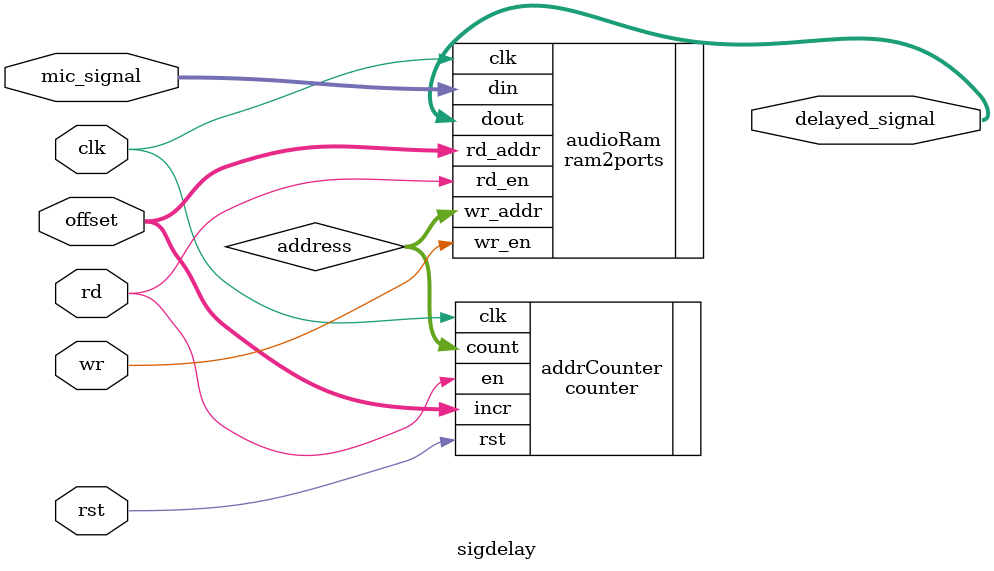
<source format=sv>
module sigdelay #(
    parameter       A_WIDTH = 8,
                    D_WIDTH = 8
)(
    input logic                 clk,
    input logic                 rst,
    input logic                 wr,
    input logic                 rd,
    input logic [D_WIDTH-1:0]   offset,
    input logic [D_WIDTH-1:0]   mic_signal,
    output logic [D_WIDTH-1:0]   delayed_signal
);

    logic   [A_WIDTH-1:0]       address;

counter addrCounter (
    .clk (clk),
    .rst (rst),
    .en (rd),
    .incr (offset),
    .count (address)
);

ram2ports audioRam (
    .clk (clk),
    .wr_addr (address),
    .rd_addr (offset),
    .wr_en (wr),
    .rd_en (rd),
    .din (mic_signal),
    .dout (delayed_signal)
);

endmodule

</source>
